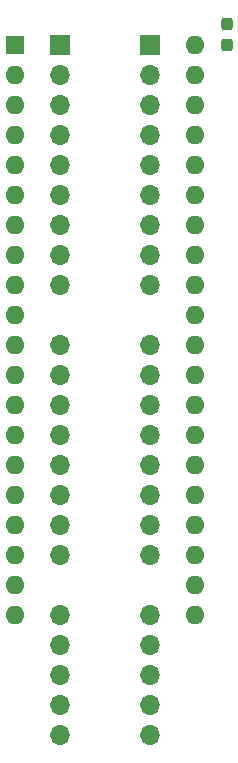
<source format=gbr>
G04 #@! TF.GenerationSoftware,KiCad,Pcbnew,9.0.6-9.0.6~ubuntu25.10.1*
G04 #@! TF.CreationDate,2025-12-24T22:54:59+09:00*
G04 #@! TF.ProjectId,bionic-p8086,62696f6e-6963-42d7-9038-3038362e6b69,1*
G04 #@! TF.SameCoordinates,Original*
G04 #@! TF.FileFunction,Soldermask,Bot*
G04 #@! TF.FilePolarity,Negative*
%FSLAX46Y46*%
G04 Gerber Fmt 4.6, Leading zero omitted, Abs format (unit mm)*
G04 Created by KiCad (PCBNEW 9.0.6-9.0.6~ubuntu25.10.1) date 2025-12-24 22:54:59*
%MOMM*%
%LPD*%
G01*
G04 APERTURE LIST*
G04 Aperture macros list*
%AMRoundRect*
0 Rectangle with rounded corners*
0 $1 Rounding radius*
0 $2 $3 $4 $5 $6 $7 $8 $9 X,Y pos of 4 corners*
0 Add a 4 corners polygon primitive as box body*
4,1,4,$2,$3,$4,$5,$6,$7,$8,$9,$2,$3,0*
0 Add four circle primitives for the rounded corners*
1,1,$1+$1,$2,$3*
1,1,$1+$1,$4,$5*
1,1,$1+$1,$6,$7*
1,1,$1+$1,$8,$9*
0 Add four rect primitives between the rounded corners*
20,1,$1+$1,$2,$3,$4,$5,0*
20,1,$1+$1,$4,$5,$6,$7,0*
20,1,$1+$1,$6,$7,$8,$9,0*
20,1,$1+$1,$8,$9,$2,$3,0*%
G04 Aperture macros list end*
%ADD10R,1.600000X1.600000*%
%ADD11O,1.600000X1.600000*%
%ADD12O,1.700000X1.700000*%
%ADD13R,1.700000X1.700000*%
%ADD14RoundRect,0.237500X0.237500X-0.300000X0.237500X0.300000X-0.237500X0.300000X-0.237500X-0.300000X0*%
G04 APERTURE END LIST*
D10*
X106080000Y-75080000D03*
D11*
X106080000Y-77620000D03*
X106080000Y-80160000D03*
X106080000Y-82700000D03*
X106080000Y-85240000D03*
X106080000Y-87780000D03*
X106080000Y-90320000D03*
X106080000Y-92860000D03*
X106080000Y-95400000D03*
X106080000Y-97940000D03*
X106080000Y-100480000D03*
X106080000Y-103020000D03*
X106080000Y-105560000D03*
X106080000Y-108100000D03*
X106080000Y-110640000D03*
X106080000Y-113180000D03*
X106080000Y-115720000D03*
X106080000Y-118260000D03*
X106080000Y-120800000D03*
X106080000Y-123340000D03*
X121320000Y-123340000D03*
X121320000Y-120800000D03*
X121320000Y-118260000D03*
X121320000Y-115720000D03*
X121320000Y-113180000D03*
X121320000Y-110640000D03*
X121320000Y-108100000D03*
X121320000Y-105560000D03*
X121320000Y-103020000D03*
X121320000Y-100480000D03*
X121320000Y-97940000D03*
X121320000Y-95400000D03*
X121320000Y-92860000D03*
X121320000Y-90320000D03*
X121320000Y-87780000D03*
X121320000Y-85240000D03*
X121320000Y-82700000D03*
X121320000Y-80160000D03*
X121320000Y-77620000D03*
X121320000Y-75080000D03*
D12*
X117510000Y-133500000D03*
X117510000Y-130960000D03*
X117510000Y-128420000D03*
X117510000Y-125880000D03*
X117510000Y-123340000D03*
X117510000Y-118260000D03*
X117510000Y-115720000D03*
X117510000Y-113180000D03*
X117510000Y-110640000D03*
X117510000Y-108100000D03*
X117510000Y-105560000D03*
X117510000Y-103020000D03*
X117510000Y-100480000D03*
X117510000Y-95400000D03*
X117510000Y-92860000D03*
X117510000Y-90320000D03*
X117510000Y-87780000D03*
X117510000Y-85240000D03*
X117510000Y-82700000D03*
X117510000Y-80160000D03*
X117510000Y-77620000D03*
D13*
X117510000Y-75080000D03*
D14*
X123987000Y-75080000D03*
X123987000Y-73355000D03*
D13*
X109890000Y-75080000D03*
D12*
X109890000Y-77620000D03*
X109890000Y-80160000D03*
X109890000Y-82700000D03*
X109890000Y-85240000D03*
X109890000Y-87780000D03*
X109890000Y-90320000D03*
X109890000Y-92860000D03*
X109890000Y-95400000D03*
X109890000Y-100480000D03*
X109890000Y-103020000D03*
X109890000Y-105560000D03*
X109890000Y-108100000D03*
X109890000Y-110640000D03*
X109890000Y-113180000D03*
X109890000Y-115720000D03*
X109890000Y-118260000D03*
X109890000Y-123340000D03*
X109890000Y-125880000D03*
X109890000Y-128420000D03*
X109890000Y-130960000D03*
X109890000Y-133500000D03*
M02*

</source>
